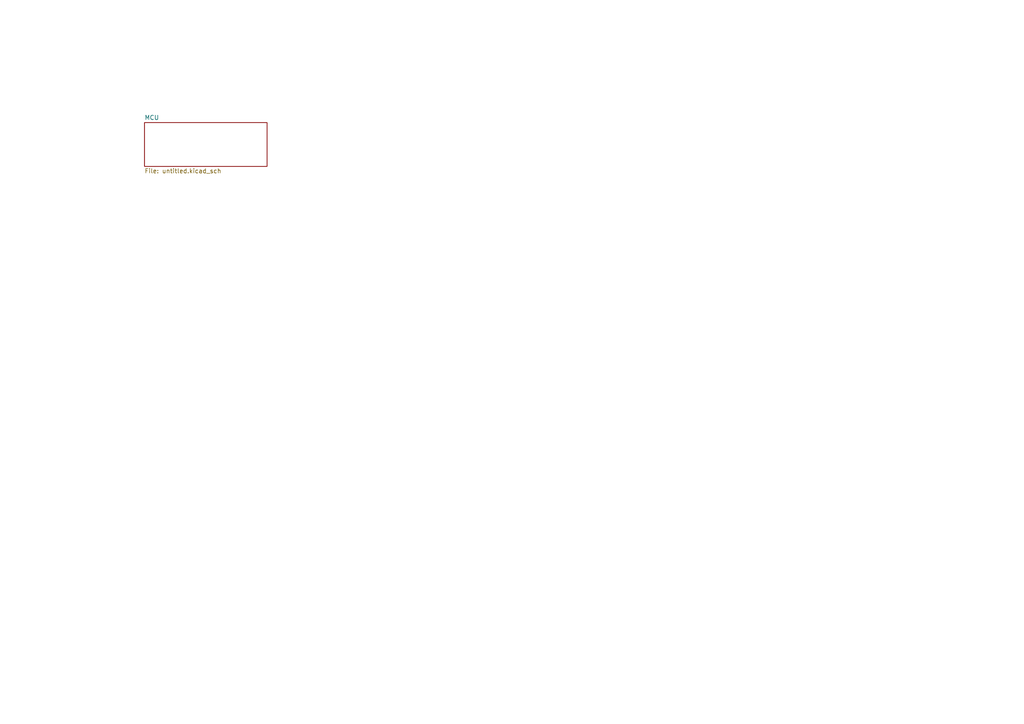
<source format=kicad_sch>
(kicad_sch
	(version 20250114)
	(generator "eeschema")
	(generator_version "9.0")
	(uuid "b4fc2485-daf0-4838-805a-f2c8e6577a31")
	(paper "A4")
	(lib_symbols)
	(sheet
		(at 41.91 35.56)
		(size 35.56 12.7)
		(exclude_from_sim no)
		(in_bom yes)
		(on_board yes)
		(dnp no)
		(fields_autoplaced yes)
		(stroke
			(width 0.1524)
			(type solid)
		)
		(fill
			(color 0 0 0 0.0000)
		)
		(uuid "37d201ba-2ef8-4f52-87bc-86128b25068b")
		(property "Sheetname" "MCU"
			(at 41.91 34.8484 0)
			(effects
				(font
					(size 1.27 1.27)
				)
				(justify left bottom)
			)
		)
		(property "Sheetfile" "untitled.kicad_sch"
			(at 41.91 48.8446 0)
			(effects
				(font
					(size 1.27 1.27)
				)
				(justify left top)
			)
		)
		(instances
			(project "UniTest Board"
				(path "/b4fc2485-daf0-4838-805a-f2c8e6577a31"
					(page "2")
				)
			)
		)
	)
	(sheet_instances
		(path "/"
			(page "1")
		)
	)
	(embedded_fonts no)
)

</source>
